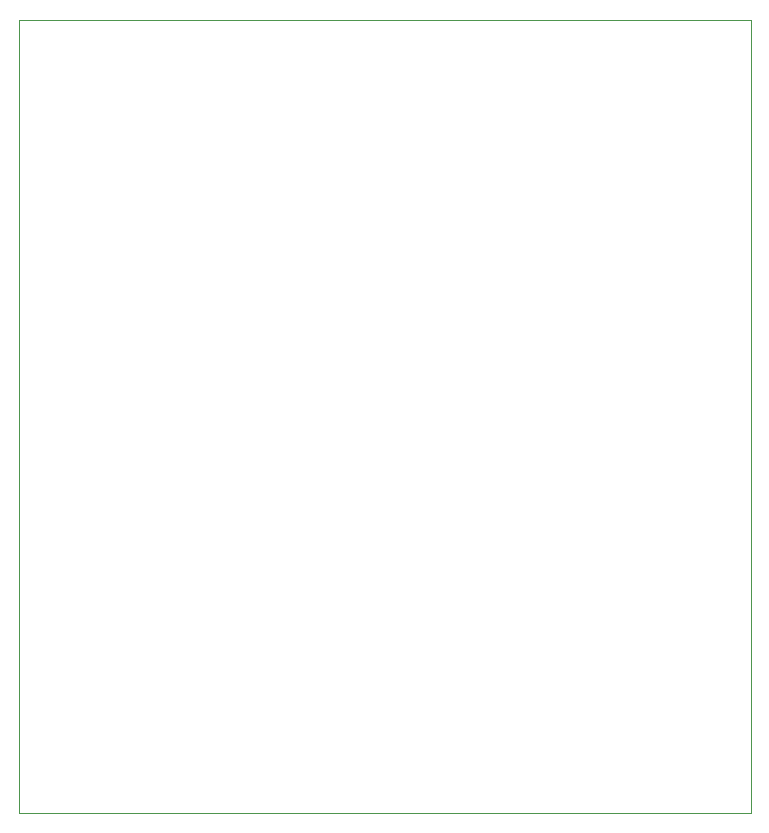
<source format=gbr>
%TF.GenerationSoftware,KiCad,Pcbnew,8.0.4*%
%TF.CreationDate,2024-07-28T19:43:17+02:00*%
%TF.ProjectId,Teensy_Custom_Board,5465656e-7379-45f4-9375-73746f6d5f42,1.0*%
%TF.SameCoordinates,Original*%
%TF.FileFunction,Profile,NP*%
%FSLAX46Y46*%
G04 Gerber Fmt 4.6, Leading zero omitted, Abs format (unit mm)*
G04 Created by KiCad (PCBNEW 8.0.4) date 2024-07-28 19:43:17*
%MOMM*%
%LPD*%
G01*
G04 APERTURE LIST*
%TA.AperFunction,Profile*%
%ADD10C,0.050000*%
%TD*%
G04 APERTURE END LIST*
D10*
X114600000Y-37700000D02*
X114600000Y-104800000D01*
X176600000Y-104800000D02*
X114600000Y-104800000D01*
X176600000Y-37700000D02*
X176600000Y-104800000D01*
X114600000Y-37700000D02*
X176600000Y-37700000D01*
M02*

</source>
